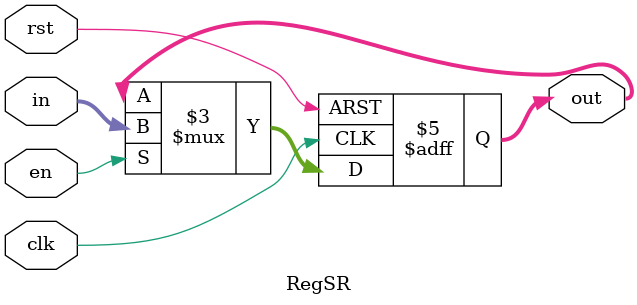
<source format=v>
module RegSR(clk,en, rst, in, out);
	parameter DATA_WIDTH = 2;

	input rst,en,clk;
	input[DATA_WIDTH-1:0] in;
	output reg [DATA_WIDTH-1:0] out;

	always@(negedge clk,posedge rst) begin
		if (rst) begin
			out = 0;
		end
		else if(en) begin
			out = in;
		end
	end

endmodule
	
</source>
